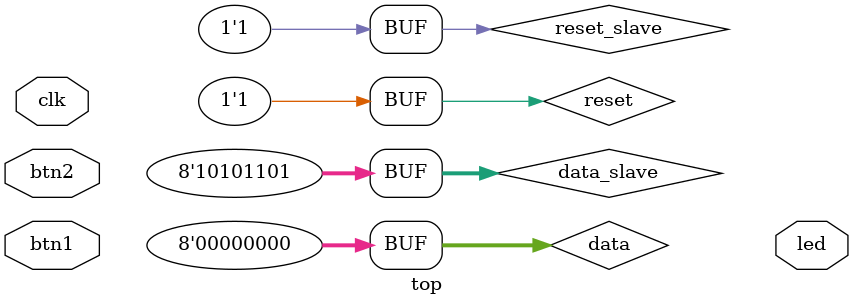
<source format=v>
module top (
    input clk,
    input btn1,
    input btn2,
    output [5:0]led
);

parameter NUM_CLOCKS_CLICK = 6750000;

reg reset = 1, reset_slave = 1;

wire mosi, sclk, cs, tx_d, rx_d, miso, slave_d, slave_tx_d;

reg [7:0] data = 8'b00000000, data_slave = 8'b10101101;
wire [7:0] rx_data, rx_master_data;

spi_master u1(
    .clk(clk),
    .reset(reset),
    .spi_clk(sclk),
    .mosi(mosi),
    .miso(miso),
    .cs(cs),
    .tx_done(tx_d),
    .rx_done(rx_d),
    .tx_data(data),
    .rx_data(rx_master_data)
);


endmodule

</source>
